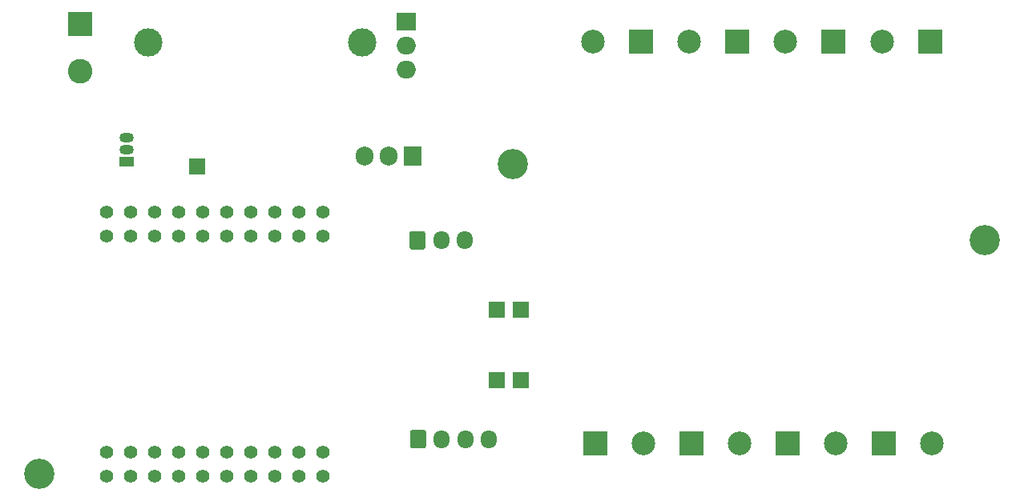
<source format=gbs>
G04 #@! TF.GenerationSoftware,KiCad,Pcbnew,5.1.12-84ad8e8a86~92~ubuntu20.04.1*
G04 #@! TF.CreationDate,2021-11-06T00:10:49+01:00*
G04 #@! TF.ProjectId,CC dimmer low voltage,43432064-696d-46d6-9572-206c6f772076,0.98*
G04 #@! TF.SameCoordinates,Original*
G04 #@! TF.FileFunction,Soldermask,Bot*
G04 #@! TF.FilePolarity,Negative*
%FSLAX46Y46*%
G04 Gerber Fmt 4.6, Leading zero omitted, Abs format (unit mm)*
G04 Created by KiCad (PCBNEW 5.1.12-84ad8e8a86~92~ubuntu20.04.1) date 2021-11-06 00:10:49*
%MOMM*%
%LPD*%
G01*
G04 APERTURE LIST*
%ADD10C,3.000000*%
%ADD11R,1.700000X1.700000*%
%ADD12C,3.200000*%
%ADD13O,1.700000X1.950000*%
%ADD14O,2.000000X1.905000*%
%ADD15R,2.000000X1.905000*%
%ADD16O,1.500000X1.050000*%
%ADD17R,1.500000X1.050000*%
%ADD18R,1.905000X2.000000*%
%ADD19O,1.905000X2.000000*%
%ADD20R,2.600000X2.600000*%
%ADD21C,2.600000*%
%ADD22C,1.400000*%
%ADD23C,2.500000*%
%ADD24R,2.500000X2.500000*%
G04 APERTURE END LIST*
D10*
X134731400Y-80642200D03*
X112131400Y-80642200D03*
D11*
X151492000Y-116325000D03*
X151502000Y-108905000D03*
D12*
X150652000Y-93545000D03*
X100619200Y-126286000D03*
X200466600Y-101521000D03*
G36*
G01*
X139702000Y-102300000D02*
X139702000Y-100850000D01*
G75*
G02*
X139952000Y-100600000I250000J0D01*
G01*
X141152000Y-100600000D01*
G75*
G02*
X141402000Y-100850000I0J-250000D01*
G01*
X141402000Y-102300000D01*
G75*
G02*
X141152000Y-102550000I-250000J0D01*
G01*
X139952000Y-102550000D01*
G75*
G02*
X139702000Y-102300000I0J250000D01*
G01*
G37*
D13*
X143052000Y-101575000D03*
X145552000Y-101575000D03*
G36*
G01*
X139772000Y-123330000D02*
X139772000Y-121880000D01*
G75*
G02*
X140022000Y-121630000I250000J0D01*
G01*
X141222000Y-121630000D01*
G75*
G02*
X141472000Y-121880000I0J-250000D01*
G01*
X141472000Y-123330000D01*
G75*
G02*
X141222000Y-123580000I-250000J0D01*
G01*
X140022000Y-123580000D01*
G75*
G02*
X139772000Y-123330000I0J250000D01*
G01*
G37*
X143122000Y-122605000D03*
X145622000Y-122605000D03*
X148122000Y-122605000D03*
D11*
X148962000Y-108905000D03*
X148952000Y-116325000D03*
X117230800Y-93774000D03*
D14*
X139354200Y-83487000D03*
X139354200Y-80947000D03*
D15*
X139354200Y-78407000D03*
D16*
X109839400Y-91996000D03*
X109839400Y-90726000D03*
D17*
X109839400Y-93266000D03*
D18*
X140040000Y-92681800D03*
D19*
X137500000Y-92681800D03*
X134960000Y-92681800D03*
D20*
X104932000Y-78685000D03*
D21*
X104932000Y-83685000D03*
D22*
X107722000Y-124025000D03*
X107722000Y-126565000D03*
X110262000Y-126565000D03*
X110262000Y-124025000D03*
X112802000Y-126565000D03*
X112802000Y-124025000D03*
X115342000Y-126565000D03*
X115342000Y-124025000D03*
X117882000Y-126565000D03*
X117882000Y-124025000D03*
X120422000Y-126565000D03*
X120422000Y-124025000D03*
X122962000Y-126565000D03*
X122962000Y-124025000D03*
X125502000Y-126565000D03*
X125502000Y-124025000D03*
X128042000Y-126565000D03*
X128042000Y-124025000D03*
X130582000Y-126565000D03*
X130582000Y-124025000D03*
X107722000Y-101165000D03*
X107722000Y-98625000D03*
X110262000Y-101165000D03*
X110262000Y-98625000D03*
X112802000Y-101165000D03*
X112802000Y-98625000D03*
X115342000Y-101165000D03*
X115342000Y-98625000D03*
X117882000Y-101165000D03*
X117882000Y-98625000D03*
X120422000Y-101165000D03*
X120422000Y-98625000D03*
X122962000Y-101165000D03*
X122962000Y-98625000D03*
X125502000Y-101165000D03*
X125502000Y-98625000D03*
X128042000Y-101165000D03*
X128042000Y-98625000D03*
X130582000Y-101165000D03*
X130582000Y-98625000D03*
D23*
X159122000Y-80535000D03*
D24*
X164202000Y-80535000D03*
X174372000Y-80535000D03*
D23*
X169292000Y-80535000D03*
X179452000Y-80535000D03*
D24*
X184532000Y-80535000D03*
X194702000Y-80535000D03*
D23*
X189622000Y-80535000D03*
D24*
X189792000Y-123025000D03*
D23*
X194872000Y-123025000D03*
X184712000Y-123025000D03*
D24*
X179632000Y-123025000D03*
X169472000Y-123025000D03*
D23*
X174552000Y-123025000D03*
X164402000Y-123025000D03*
D24*
X159322000Y-123025000D03*
M02*

</source>
